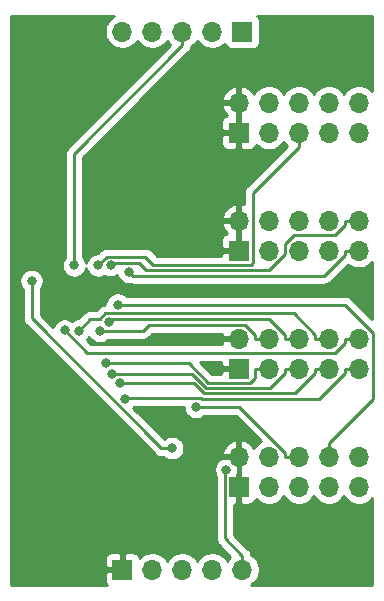
<source format=gbl>
%TF.GenerationSoftware,KiCad,Pcbnew,(5.1.6-0-10_14)*%
%TF.CreationDate,2020-09-10T15:29:25+09:00*%
%TF.ProjectId,qPCR-photo_mux_ADG731BSUZ,71504352-2d70-4686-9f74-6f5f6d75785f,rev?*%
%TF.SameCoordinates,Original*%
%TF.FileFunction,Copper,L2,Bot*%
%TF.FilePolarity,Positive*%
%FSLAX46Y46*%
G04 Gerber Fmt 4.6, Leading zero omitted, Abs format (unit mm)*
G04 Created by KiCad (PCBNEW (5.1.6-0-10_14)) date 2020-09-10 15:29:25*
%MOMM*%
%LPD*%
G01*
G04 APERTURE LIST*
%TA.AperFunction,ComponentPad*%
%ADD10O,1.700000X1.700000*%
%TD*%
%TA.AperFunction,ComponentPad*%
%ADD11R,1.700000X1.700000*%
%TD*%
%TA.AperFunction,ViaPad*%
%ADD12C,0.800000*%
%TD*%
%TA.AperFunction,Conductor*%
%ADD13C,0.250000*%
%TD*%
%TA.AperFunction,Conductor*%
%ADD14C,0.254000*%
%TD*%
G04 APERTURE END LIST*
D10*
%TO.P,J1,5*%
%TO.N,PD_MUX_OUT*%
X103298000Y-110000000D03*
%TO.P,J1,4*%
%TO.N,VCC_LOGIC*%
X100758000Y-110000000D03*
%TO.P,J1,3*%
%TO.N,-10V*%
X98218000Y-110000000D03*
%TO.P,J1,2*%
%TO.N,+10V*%
X95678000Y-110000000D03*
D11*
%TO.P,J1,1*%
%TO.N,GND*%
X93138000Y-110000000D03*
%TD*%
%TO.P,J2,1*%
%TO.N,Net-(J2-Pad1)*%
X103298000Y-64440000D03*
D10*
%TO.P,J2,2*%
%TO.N,Net-(J2-Pad2)*%
X100758000Y-64440000D03*
%TO.P,J2,3*%
%TO.N,PD_MUX_SPL_SCLK*%
X98218000Y-64440000D03*
%TO.P,J2,4*%
%TO.N,PD_MUX_SPI_MOSI*%
X95678000Y-64440000D03*
%TO.P,J2,5*%
%TO.N,PD_MUX_SYNC*%
X93138000Y-64440000D03*
%TD*%
%TO.P,N_PD1,10*%
%TO.N,N_PD1_OUT1*%
X113160000Y-70460000D03*
%TO.P,N_PD1,9*%
%TO.N,N_PD1_OUT2*%
X113160000Y-73000000D03*
%TO.P,N_PD1,8*%
%TO.N,N_PD1_OUT3*%
X110620000Y-70460000D03*
%TO.P,N_PD1,7*%
%TO.N,N_PD1_OUT4*%
X110620000Y-73000000D03*
%TO.P,N_PD1,6*%
%TO.N,N_PD1_OUT5*%
X108080000Y-70460000D03*
%TO.P,N_PD1,5*%
%TO.N,N_PD1_OUT6*%
X108080000Y-73000000D03*
%TO.P,N_PD1,4*%
%TO.N,N_PD1_OUT7*%
X105540000Y-70460000D03*
%TO.P,N_PD1,3*%
%TO.N,N_PD1_OUT8*%
X105540000Y-73000000D03*
%TO.P,N_PD1,2*%
%TO.N,GND*%
X103000000Y-70460000D03*
D11*
%TO.P,N_PD1,1*%
X103000000Y-73000000D03*
%TD*%
%TO.P,N_PD2,1*%
%TO.N,GND*%
X103000000Y-83000000D03*
D10*
%TO.P,N_PD2,2*%
X103000000Y-80460000D03*
%TO.P,N_PD2,3*%
%TO.N,N_PD1_OUT16*%
X105540000Y-83000000D03*
%TO.P,N_PD2,4*%
%TO.N,N_PD1_OUT15*%
X105540000Y-80460000D03*
%TO.P,N_PD2,5*%
%TO.N,N_PD1_OUT14*%
X108080000Y-83000000D03*
%TO.P,N_PD2,6*%
%TO.N,N_PD1_OUT13*%
X108080000Y-80460000D03*
%TO.P,N_PD2,7*%
%TO.N,N_PD1_OUT12*%
X110620000Y-83000000D03*
%TO.P,N_PD2,8*%
%TO.N,N_PD1_OUT10*%
X110620000Y-80460000D03*
%TO.P,N_PD2,9*%
%TO.N,N_PD1_OUT11*%
X113160000Y-83000000D03*
%TO.P,N_PD2,10*%
%TO.N,N_PD1_OUT9*%
X113160000Y-80460000D03*
%TD*%
D11*
%TO.P,S_PD1,1*%
%TO.N,GND*%
X103000000Y-93000000D03*
D10*
%TO.P,S_PD1,2*%
X103000000Y-90460000D03*
%TO.P,S_PD1,3*%
%TO.N,S_PD1_OUT8*%
X105540000Y-93000000D03*
%TO.P,S_PD1,4*%
%TO.N,S_PD1_OUT7*%
X105540000Y-90460000D03*
%TO.P,S_PD1,5*%
%TO.N,S_PD1_OUT6*%
X108080000Y-93000000D03*
%TO.P,S_PD1,6*%
%TO.N,S_PD1_OUT5*%
X108080000Y-90460000D03*
%TO.P,S_PD1,7*%
%TO.N,S_PD1_OUT4*%
X110620000Y-93000000D03*
%TO.P,S_PD1,8*%
%TO.N,S_PD1_OUT3*%
X110620000Y-90460000D03*
%TO.P,S_PD1,9*%
%TO.N,S_PD1_OUT2*%
X113160000Y-93000000D03*
%TO.P,S_PD1,10*%
%TO.N,S_PD1_OUT1*%
X113160000Y-90460000D03*
%TD*%
%TO.P,S_PD2,10*%
%TO.N,S_PD1_OUT9*%
X113160000Y-100460000D03*
%TO.P,S_PD2,9*%
%TO.N,S_PD1_OUT11*%
X113160000Y-103000000D03*
%TO.P,S_PD2,8*%
%TO.N,S_PD1_OUT10*%
X110620000Y-100460000D03*
%TO.P,S_PD2,7*%
%TO.N,S_PD1_OUT12*%
X110620000Y-103000000D03*
%TO.P,S_PD2,6*%
%TO.N,S_PD1_OUT13*%
X108080000Y-100460000D03*
%TO.P,S_PD2,5*%
%TO.N,S_PD1_OUT14*%
X108080000Y-103000000D03*
%TO.P,S_PD2,4*%
%TO.N,S_PD1_OUT15*%
X105540000Y-100460000D03*
%TO.P,S_PD2,3*%
%TO.N,S_PD1_OUT16*%
X105540000Y-103000000D03*
%TO.P,S_PD2,2*%
%TO.N,GND*%
X103000000Y-100460000D03*
D11*
%TO.P,S_PD2,1*%
X103000000Y-103000000D03*
%TD*%
D12*
%TO.N,VDD*%
X97359800Y-99719000D03*
X85457500Y-85546900D03*
%TO.N,PD_MUX_OUT*%
X101941200Y-101543300D03*
%TO.N,PD_MUX_SPL_SCLK*%
X89063900Y-84233000D03*
%TO.N,N_PD1_OUT6*%
X91094900Y-84238500D03*
%TO.N,N_PD1_OUT11*%
X93717600Y-84797400D03*
%TO.N,N_PD1_OUT9*%
X92156300Y-84224600D03*
%TO.N,S_PD1_OUT8*%
X91750000Y-92529300D03*
%TO.N,S_PD1_OUT7*%
X91250000Y-89777100D03*
%TO.N,S_PD1_OUT6*%
X92262700Y-93442600D03*
%TO.N,S_PD1_OUT5*%
X92007300Y-89032200D03*
%TO.N,S_PD1_OUT4*%
X92911100Y-94211100D03*
%TO.N,S_PD1_OUT3*%
X89432700Y-89767500D03*
%TO.N,S_PD1_OUT2*%
X93358700Y-95542300D03*
%TO.N,S_PD1_OUT1*%
X88250000Y-89748700D03*
%TO.N,S_PD1_OUT10*%
X92750000Y-87564600D03*
%TO.N,S_PD1_OUT13*%
X99364700Y-96228200D03*
%TD*%
D13*
%TO.N,GND*%
X103000000Y-80460000D02*
X103000000Y-74175300D01*
X103000000Y-83000000D02*
X103000000Y-80460000D01*
X103000000Y-73000000D02*
X103000000Y-74175300D01*
X101824700Y-100460000D02*
X101502700Y-100460000D01*
X101502700Y-100460000D02*
X93138000Y-108824700D01*
X103000000Y-73000000D02*
X103000000Y-70460000D01*
X93138000Y-110000000D02*
X93138000Y-108824700D01*
X103000000Y-100460000D02*
X101824700Y-100460000D01*
%TO.N,VDD*%
X85457500Y-85546900D02*
X85457500Y-88725500D01*
X85457500Y-88725500D02*
X96451000Y-99719000D01*
X96451000Y-99719000D02*
X97359800Y-99719000D01*
%TO.N,PD_MUX_OUT*%
X103298000Y-110000000D02*
X103298000Y-108824700D01*
X101941200Y-101543300D02*
X101820700Y-101663800D01*
X101820700Y-101663800D02*
X101820700Y-107347400D01*
X101820700Y-107347400D02*
X103298000Y-108824700D01*
%TO.N,PD_MUX_SPL_SCLK*%
X98218000Y-64440000D02*
X98218000Y-65615300D01*
X89063900Y-84233000D02*
X89063900Y-74769400D01*
X89063900Y-74769400D02*
X98218000Y-65615300D01*
%TO.N,N_PD1_OUT6*%
X108080000Y-74175300D02*
X104175400Y-78079900D01*
X104175400Y-78079900D02*
X104175400Y-84035500D01*
X104175400Y-84035500D02*
X104035500Y-84175400D01*
X104035500Y-84175400D02*
X95765700Y-84175400D01*
X95765700Y-84175400D02*
X95078600Y-83488300D01*
X95078600Y-83488300D02*
X91845100Y-83488300D01*
X91845100Y-83488300D02*
X91094900Y-84238500D01*
X108080000Y-73000000D02*
X108080000Y-74175300D01*
%TO.N,N_PD1_OUT11*%
X113160000Y-83000000D02*
X111984700Y-83000000D01*
X93717600Y-84797400D02*
X94026800Y-85106600D01*
X94026800Y-85106600D02*
X110245400Y-85106600D01*
X110245400Y-85106600D02*
X111984700Y-83367300D01*
X111984700Y-83367300D02*
X111984700Y-83000000D01*
%TO.N,N_PD1_OUT9*%
X111984700Y-80460000D02*
X111984700Y-80827400D01*
X111984700Y-80827400D02*
X111176800Y-81635300D01*
X111176800Y-81635300D02*
X107685200Y-81635300D01*
X107685200Y-81635300D02*
X106904600Y-82415900D01*
X106904600Y-82415900D02*
X106904600Y-83298100D01*
X106904600Y-83298100D02*
X105576900Y-84625800D01*
X105576900Y-84625800D02*
X95129000Y-84625800D01*
X95129000Y-84625800D02*
X94575300Y-84072100D01*
X94575300Y-84072100D02*
X92308800Y-84072100D01*
X92308800Y-84072100D02*
X92156300Y-84224600D01*
X113160000Y-80460000D02*
X111984700Y-80460000D01*
%TO.N,S_PD1_OUT8*%
X104364700Y-93000000D02*
X104364700Y-93795400D01*
X104364700Y-93795400D02*
X103984800Y-94175300D01*
X103984800Y-94175300D02*
X100426900Y-94175300D01*
X100426900Y-94175300D02*
X98780900Y-92529300D01*
X98780900Y-92529300D02*
X91750000Y-92529300D01*
X105540000Y-93000000D02*
X104364700Y-93000000D01*
%TO.N,S_PD1_OUT7*%
X91250000Y-89777100D02*
X94878000Y-89777100D01*
X94878000Y-89777100D02*
X95370400Y-89284700D01*
X95370400Y-89284700D02*
X103556800Y-89284700D01*
X103556800Y-89284700D02*
X104364700Y-90092600D01*
X104364700Y-90092600D02*
X104364700Y-90460000D01*
X105540000Y-90460000D02*
X104364700Y-90460000D01*
%TO.N,S_PD1_OUT6*%
X106904700Y-93000000D02*
X106904700Y-93367300D01*
X106904700Y-93367300D02*
X105646400Y-94625600D01*
X105646400Y-94625600D02*
X100240300Y-94625600D01*
X100240300Y-94625600D02*
X99057300Y-93442600D01*
X99057300Y-93442600D02*
X92262700Y-93442600D01*
X108080000Y-93000000D02*
X106904700Y-93000000D01*
%TO.N,S_PD1_OUT5*%
X108080000Y-90460000D02*
X106904700Y-90460000D01*
X92007300Y-89032200D02*
X92233900Y-88805600D01*
X92233900Y-88805600D02*
X105547900Y-88805600D01*
X105547900Y-88805600D02*
X106904700Y-90162400D01*
X106904700Y-90162400D02*
X106904700Y-90460000D01*
%TO.N,S_PD1_OUT4*%
X109444700Y-93000000D02*
X109444700Y-93367400D01*
X109444700Y-93367400D02*
X107736200Y-95075900D01*
X107736200Y-95075900D02*
X100053700Y-95075900D01*
X100053700Y-95075900D02*
X99188900Y-94211100D01*
X99188900Y-94211100D02*
X92911100Y-94211100D01*
X110620000Y-93000000D02*
X109444700Y-93000000D01*
%TO.N,S_PD1_OUT3*%
X89432700Y-89767500D02*
X90394600Y-88805600D01*
X90394600Y-88805600D02*
X91208300Y-88805600D01*
X91208300Y-88805600D02*
X91208300Y-88805500D01*
X91208300Y-88805500D02*
X91706900Y-88306900D01*
X91706900Y-88306900D02*
X107658900Y-88306900D01*
X107658900Y-88306900D02*
X109444700Y-90092700D01*
X109444700Y-90092700D02*
X109444700Y-90460000D01*
X110620000Y-90460000D02*
X109444700Y-90460000D01*
%TO.N,S_PD1_OUT2*%
X111984700Y-93000000D02*
X111984700Y-93367300D01*
X111984700Y-93367300D02*
X109809700Y-95542300D01*
X109809700Y-95542300D02*
X99883200Y-95542300D01*
X99883200Y-95542300D02*
X99843800Y-95502900D01*
X99843800Y-95502900D02*
X93398100Y-95502900D01*
X93398100Y-95502900D02*
X93358700Y-95542300D01*
X113160000Y-93000000D02*
X111984700Y-93000000D01*
%TO.N,S_PD1_OUT1*%
X111984700Y-90460000D02*
X111984700Y-90827400D01*
X111984700Y-90827400D02*
X111176800Y-91635300D01*
X111176800Y-91635300D02*
X90136600Y-91635300D01*
X90136600Y-91635300D02*
X88250000Y-89748700D01*
X113160000Y-90460000D02*
X111984700Y-90460000D01*
%TO.N,S_PD1_OUT10*%
X110620000Y-99284700D02*
X114377900Y-95526800D01*
X114377900Y-95526800D02*
X114377900Y-89946000D01*
X114377900Y-89946000D02*
X111996500Y-87564600D01*
X111996500Y-87564600D02*
X92750000Y-87564600D01*
X110620000Y-100460000D02*
X110620000Y-99284700D01*
%TO.N,S_PD1_OUT13*%
X106904700Y-100460000D02*
X106904700Y-100092700D01*
X106904700Y-100092700D02*
X103040200Y-96228200D01*
X103040200Y-96228200D02*
X99364700Y-96228200D01*
X108080000Y-100460000D02*
X106904700Y-100460000D01*
%TD*%
D14*
%TO.N,GND*%
G36*
X92191368Y-63286525D02*
G01*
X91984525Y-63493368D01*
X91822010Y-63736589D01*
X91710068Y-64006842D01*
X91653000Y-64293740D01*
X91653000Y-64586260D01*
X91710068Y-64873158D01*
X91822010Y-65143411D01*
X91984525Y-65386632D01*
X92191368Y-65593475D01*
X92434589Y-65755990D01*
X92704842Y-65867932D01*
X92991740Y-65925000D01*
X93284260Y-65925000D01*
X93571158Y-65867932D01*
X93841411Y-65755990D01*
X94084632Y-65593475D01*
X94291475Y-65386632D01*
X94408000Y-65212240D01*
X94524525Y-65386632D01*
X94731368Y-65593475D01*
X94974589Y-65755990D01*
X95244842Y-65867932D01*
X95531740Y-65925000D01*
X95824260Y-65925000D01*
X96111158Y-65867932D01*
X96381411Y-65755990D01*
X96624632Y-65593475D01*
X96831475Y-65386632D01*
X96948000Y-65212240D01*
X97064525Y-65386632D01*
X97218196Y-65540303D01*
X88552898Y-74205601D01*
X88523900Y-74229399D01*
X88500102Y-74258397D01*
X88500101Y-74258398D01*
X88428926Y-74345124D01*
X88358354Y-74477154D01*
X88314898Y-74620415D01*
X88300224Y-74769400D01*
X88303901Y-74806732D01*
X88303900Y-83529289D01*
X88259963Y-83573226D01*
X88146695Y-83742744D01*
X88068674Y-83931102D01*
X88028900Y-84131061D01*
X88028900Y-84334939D01*
X88068674Y-84534898D01*
X88146695Y-84723256D01*
X88259963Y-84892774D01*
X88404126Y-85036937D01*
X88573644Y-85150205D01*
X88762002Y-85228226D01*
X88961961Y-85268000D01*
X89165839Y-85268000D01*
X89365798Y-85228226D01*
X89554156Y-85150205D01*
X89723674Y-85036937D01*
X89867837Y-84892774D01*
X89981105Y-84723256D01*
X90059126Y-84534898D01*
X90078853Y-84435723D01*
X90099674Y-84540398D01*
X90177695Y-84728756D01*
X90290963Y-84898274D01*
X90435126Y-85042437D01*
X90604644Y-85155705D01*
X90793002Y-85233726D01*
X90992961Y-85273500D01*
X91196839Y-85273500D01*
X91396798Y-85233726D01*
X91585156Y-85155705D01*
X91636001Y-85121731D01*
X91666044Y-85141805D01*
X91854402Y-85219826D01*
X92054361Y-85259600D01*
X92258239Y-85259600D01*
X92458198Y-85219826D01*
X92646556Y-85141805D01*
X92720943Y-85092102D01*
X92722374Y-85099298D01*
X92800395Y-85287656D01*
X92913663Y-85457174D01*
X93057826Y-85601337D01*
X93227344Y-85714605D01*
X93415702Y-85792626D01*
X93615661Y-85832400D01*
X93801323Y-85832400D01*
X93877814Y-85855603D01*
X93989467Y-85866600D01*
X93989477Y-85866600D01*
X94026800Y-85870276D01*
X94064123Y-85866600D01*
X110208078Y-85866600D01*
X110245400Y-85870276D01*
X110282722Y-85866600D01*
X110282733Y-85866600D01*
X110394386Y-85855603D01*
X110537647Y-85812146D01*
X110669676Y-85741574D01*
X110785401Y-85646601D01*
X110809204Y-85617597D01*
X112249311Y-84177491D01*
X112456589Y-84315990D01*
X112726842Y-84427932D01*
X113013740Y-84485000D01*
X113306260Y-84485000D01*
X113593158Y-84427932D01*
X113863411Y-84315990D01*
X114106632Y-84153475D01*
X114313475Y-83946632D01*
X114315000Y-83944349D01*
X114315001Y-88808299D01*
X112560304Y-87053603D01*
X112536501Y-87024599D01*
X112420776Y-86929626D01*
X112288747Y-86859054D01*
X112145486Y-86815597D01*
X112033833Y-86804600D01*
X112033822Y-86804600D01*
X111996500Y-86800924D01*
X111959178Y-86804600D01*
X93453711Y-86804600D01*
X93409774Y-86760663D01*
X93240256Y-86647395D01*
X93051898Y-86569374D01*
X92851939Y-86529600D01*
X92648061Y-86529600D01*
X92448102Y-86569374D01*
X92259744Y-86647395D01*
X92090226Y-86760663D01*
X91946063Y-86904826D01*
X91832795Y-87074344D01*
X91754774Y-87262702D01*
X91715000Y-87462661D01*
X91715000Y-87544022D01*
X91706900Y-87543224D01*
X91669577Y-87546900D01*
X91669567Y-87546900D01*
X91557914Y-87557897D01*
X91414653Y-87601354D01*
X91282623Y-87671926D01*
X91240046Y-87706869D01*
X91166899Y-87766899D01*
X91143096Y-87795903D01*
X90893399Y-88045600D01*
X90431922Y-88045600D01*
X90394599Y-88041924D01*
X90357276Y-88045600D01*
X90357267Y-88045600D01*
X90245614Y-88056597D01*
X90102683Y-88099954D01*
X90102353Y-88100054D01*
X89970323Y-88170626D01*
X89904832Y-88224374D01*
X89854599Y-88265599D01*
X89830801Y-88294597D01*
X89392898Y-88732500D01*
X89330761Y-88732500D01*
X89130802Y-88772274D01*
X88942444Y-88850295D01*
X88855418Y-88908444D01*
X88740256Y-88831495D01*
X88551898Y-88753474D01*
X88351939Y-88713700D01*
X88148061Y-88713700D01*
X87948102Y-88753474D01*
X87759744Y-88831495D01*
X87590226Y-88944763D01*
X87446063Y-89088926D01*
X87332795Y-89258444D01*
X87254774Y-89446802D01*
X87254580Y-89447779D01*
X86217500Y-88410699D01*
X86217500Y-86250611D01*
X86261437Y-86206674D01*
X86374705Y-86037156D01*
X86452726Y-85848798D01*
X86492500Y-85648839D01*
X86492500Y-85444961D01*
X86452726Y-85245002D01*
X86374705Y-85056644D01*
X86261437Y-84887126D01*
X86117274Y-84742963D01*
X85947756Y-84629695D01*
X85759398Y-84551674D01*
X85559439Y-84511900D01*
X85355561Y-84511900D01*
X85155602Y-84551674D01*
X84967244Y-84629695D01*
X84797726Y-84742963D01*
X84653563Y-84887126D01*
X84540295Y-85056644D01*
X84462274Y-85245002D01*
X84422500Y-85444961D01*
X84422500Y-85648839D01*
X84462274Y-85848798D01*
X84540295Y-86037156D01*
X84653563Y-86206674D01*
X84697500Y-86250611D01*
X84697501Y-88688168D01*
X84693824Y-88725500D01*
X84697501Y-88762833D01*
X84698027Y-88768168D01*
X84708498Y-88874485D01*
X84751954Y-89017746D01*
X84822526Y-89149776D01*
X84888263Y-89229876D01*
X84917500Y-89265501D01*
X84946498Y-89289299D01*
X95887201Y-100230003D01*
X95910999Y-100259001D01*
X96026724Y-100353974D01*
X96158753Y-100424546D01*
X96302014Y-100468003D01*
X96413667Y-100479000D01*
X96413675Y-100479000D01*
X96451000Y-100482676D01*
X96488325Y-100479000D01*
X96656089Y-100479000D01*
X96700026Y-100522937D01*
X96869544Y-100636205D01*
X97057902Y-100714226D01*
X97257861Y-100754000D01*
X97461739Y-100754000D01*
X97661698Y-100714226D01*
X97850056Y-100636205D01*
X98019574Y-100522937D01*
X98163737Y-100378774D01*
X98277005Y-100209256D01*
X98320972Y-100103109D01*
X101558519Y-100103109D01*
X101679186Y-100333000D01*
X102873000Y-100333000D01*
X102873000Y-99139845D01*
X102643110Y-99018524D01*
X102495901Y-99063175D01*
X102233080Y-99188359D01*
X101999731Y-99362412D01*
X101804822Y-99578645D01*
X101655843Y-99828748D01*
X101558519Y-100103109D01*
X98320972Y-100103109D01*
X98355026Y-100020898D01*
X98394800Y-99820939D01*
X98394800Y-99617061D01*
X98355026Y-99417102D01*
X98277005Y-99228744D01*
X98163737Y-99059226D01*
X98019574Y-98915063D01*
X97850056Y-98801795D01*
X97661698Y-98723774D01*
X97461739Y-98684000D01*
X97257861Y-98684000D01*
X97057902Y-98723774D01*
X96869544Y-98801795D01*
X96713118Y-98906316D01*
X94085756Y-96278955D01*
X94101811Y-96262900D01*
X98329700Y-96262900D01*
X98329700Y-96330139D01*
X98369474Y-96530098D01*
X98447495Y-96718456D01*
X98560763Y-96887974D01*
X98704926Y-97032137D01*
X98874444Y-97145405D01*
X99062802Y-97223426D01*
X99262761Y-97263200D01*
X99466639Y-97263200D01*
X99666598Y-97223426D01*
X99854956Y-97145405D01*
X100024474Y-97032137D01*
X100068411Y-96988200D01*
X102725399Y-96988200D01*
X104868140Y-99130941D01*
X104836589Y-99144010D01*
X104593368Y-99306525D01*
X104386525Y-99513368D01*
X104264805Y-99695534D01*
X104195178Y-99578645D01*
X104000269Y-99362412D01*
X103766920Y-99188359D01*
X103504099Y-99063175D01*
X103356890Y-99018524D01*
X103127000Y-99139845D01*
X103127000Y-100333000D01*
X103147000Y-100333000D01*
X103147000Y-100587000D01*
X103127000Y-100587000D01*
X103127000Y-102873000D01*
X103147000Y-102873000D01*
X103147000Y-103127000D01*
X103127000Y-103127000D01*
X103127000Y-104326250D01*
X103285750Y-104485000D01*
X103850000Y-104488072D01*
X103974482Y-104475812D01*
X104094180Y-104439502D01*
X104204494Y-104380537D01*
X104301185Y-104301185D01*
X104380537Y-104204494D01*
X104439502Y-104094180D01*
X104461513Y-104021620D01*
X104593368Y-104153475D01*
X104836589Y-104315990D01*
X105106842Y-104427932D01*
X105393740Y-104485000D01*
X105686260Y-104485000D01*
X105973158Y-104427932D01*
X106243411Y-104315990D01*
X106486632Y-104153475D01*
X106693475Y-103946632D01*
X106810000Y-103772240D01*
X106926525Y-103946632D01*
X107133368Y-104153475D01*
X107376589Y-104315990D01*
X107646842Y-104427932D01*
X107933740Y-104485000D01*
X108226260Y-104485000D01*
X108513158Y-104427932D01*
X108783411Y-104315990D01*
X109026632Y-104153475D01*
X109233475Y-103946632D01*
X109350000Y-103772240D01*
X109466525Y-103946632D01*
X109673368Y-104153475D01*
X109916589Y-104315990D01*
X110186842Y-104427932D01*
X110473740Y-104485000D01*
X110766260Y-104485000D01*
X111053158Y-104427932D01*
X111323411Y-104315990D01*
X111566632Y-104153475D01*
X111773475Y-103946632D01*
X111890000Y-103772240D01*
X112006525Y-103946632D01*
X112213368Y-104153475D01*
X112456589Y-104315990D01*
X112726842Y-104427932D01*
X113013740Y-104485000D01*
X113306260Y-104485000D01*
X113593158Y-104427932D01*
X113863411Y-104315990D01*
X114106632Y-104153475D01*
X114313475Y-103946632D01*
X114315001Y-103944348D01*
X114315001Y-111315000D01*
X104002893Y-111315000D01*
X104244632Y-111153475D01*
X104451475Y-110946632D01*
X104613990Y-110703411D01*
X104725932Y-110433158D01*
X104783000Y-110146260D01*
X104783000Y-109853740D01*
X104725932Y-109566842D01*
X104613990Y-109296589D01*
X104451475Y-109053368D01*
X104244632Y-108846525D01*
X104051089Y-108717204D01*
X104047003Y-108675714D01*
X104003546Y-108532453D01*
X103932974Y-108400424D01*
X103838001Y-108284699D01*
X103809003Y-108260901D01*
X102580700Y-107032599D01*
X102580700Y-104485727D01*
X102714250Y-104485000D01*
X102873000Y-104326250D01*
X102873000Y-103127000D01*
X102853000Y-103127000D01*
X102853000Y-102873000D01*
X102873000Y-102873000D01*
X102873000Y-101998321D01*
X102936426Y-101845198D01*
X102976200Y-101645239D01*
X102976200Y-101441361D01*
X102936426Y-101241402D01*
X102873000Y-101088279D01*
X102873000Y-100587000D01*
X102337073Y-100587000D01*
X102243098Y-100548074D01*
X102043139Y-100508300D01*
X101839261Y-100508300D01*
X101639302Y-100548074D01*
X101450944Y-100626095D01*
X101281426Y-100739363D01*
X101137263Y-100883526D01*
X101023995Y-101053044D01*
X100945974Y-101241402D01*
X100906200Y-101441361D01*
X100906200Y-101645239D01*
X100945974Y-101845198D01*
X101023995Y-102033556D01*
X101060700Y-102088489D01*
X101060701Y-107310068D01*
X101057024Y-107347400D01*
X101071698Y-107496385D01*
X101115154Y-107639646D01*
X101185726Y-107771676D01*
X101256901Y-107858402D01*
X101280700Y-107887401D01*
X101309698Y-107911199D01*
X102298196Y-108899697D01*
X102144525Y-109053368D01*
X102028000Y-109227760D01*
X101911475Y-109053368D01*
X101704632Y-108846525D01*
X101461411Y-108684010D01*
X101191158Y-108572068D01*
X100904260Y-108515000D01*
X100611740Y-108515000D01*
X100324842Y-108572068D01*
X100054589Y-108684010D01*
X99811368Y-108846525D01*
X99604525Y-109053368D01*
X99488000Y-109227760D01*
X99371475Y-109053368D01*
X99164632Y-108846525D01*
X98921411Y-108684010D01*
X98651158Y-108572068D01*
X98364260Y-108515000D01*
X98071740Y-108515000D01*
X97784842Y-108572068D01*
X97514589Y-108684010D01*
X97271368Y-108846525D01*
X97064525Y-109053368D01*
X96948000Y-109227760D01*
X96831475Y-109053368D01*
X96624632Y-108846525D01*
X96381411Y-108684010D01*
X96111158Y-108572068D01*
X95824260Y-108515000D01*
X95531740Y-108515000D01*
X95244842Y-108572068D01*
X94974589Y-108684010D01*
X94731368Y-108846525D01*
X94599513Y-108978380D01*
X94577502Y-108905820D01*
X94518537Y-108795506D01*
X94439185Y-108698815D01*
X94342494Y-108619463D01*
X94232180Y-108560498D01*
X94112482Y-108524188D01*
X93988000Y-108511928D01*
X93423750Y-108515000D01*
X93265000Y-108673750D01*
X93265000Y-109873000D01*
X93285000Y-109873000D01*
X93285000Y-110127000D01*
X93265000Y-110127000D01*
X93265000Y-110147000D01*
X93011000Y-110147000D01*
X93011000Y-110127000D01*
X91811750Y-110127000D01*
X91653000Y-110285750D01*
X91649928Y-110850000D01*
X91662188Y-110974482D01*
X91698498Y-111094180D01*
X91757463Y-111204494D01*
X91836815Y-111301185D01*
X91853649Y-111315000D01*
X83685000Y-111315000D01*
X83685000Y-109150000D01*
X91649928Y-109150000D01*
X91653000Y-109714250D01*
X91811750Y-109873000D01*
X93011000Y-109873000D01*
X93011000Y-108673750D01*
X92852250Y-108515000D01*
X92288000Y-108511928D01*
X92163518Y-108524188D01*
X92043820Y-108560498D01*
X91933506Y-108619463D01*
X91836815Y-108698815D01*
X91757463Y-108795506D01*
X91698498Y-108905820D01*
X91662188Y-109025518D01*
X91649928Y-109150000D01*
X83685000Y-109150000D01*
X83685000Y-63125000D01*
X92433107Y-63125000D01*
X92191368Y-63286525D01*
G37*
X92191368Y-63286525D02*
X91984525Y-63493368D01*
X91822010Y-63736589D01*
X91710068Y-64006842D01*
X91653000Y-64293740D01*
X91653000Y-64586260D01*
X91710068Y-64873158D01*
X91822010Y-65143411D01*
X91984525Y-65386632D01*
X92191368Y-65593475D01*
X92434589Y-65755990D01*
X92704842Y-65867932D01*
X92991740Y-65925000D01*
X93284260Y-65925000D01*
X93571158Y-65867932D01*
X93841411Y-65755990D01*
X94084632Y-65593475D01*
X94291475Y-65386632D01*
X94408000Y-65212240D01*
X94524525Y-65386632D01*
X94731368Y-65593475D01*
X94974589Y-65755990D01*
X95244842Y-65867932D01*
X95531740Y-65925000D01*
X95824260Y-65925000D01*
X96111158Y-65867932D01*
X96381411Y-65755990D01*
X96624632Y-65593475D01*
X96831475Y-65386632D01*
X96948000Y-65212240D01*
X97064525Y-65386632D01*
X97218196Y-65540303D01*
X88552898Y-74205601D01*
X88523900Y-74229399D01*
X88500102Y-74258397D01*
X88500101Y-74258398D01*
X88428926Y-74345124D01*
X88358354Y-74477154D01*
X88314898Y-74620415D01*
X88300224Y-74769400D01*
X88303901Y-74806732D01*
X88303900Y-83529289D01*
X88259963Y-83573226D01*
X88146695Y-83742744D01*
X88068674Y-83931102D01*
X88028900Y-84131061D01*
X88028900Y-84334939D01*
X88068674Y-84534898D01*
X88146695Y-84723256D01*
X88259963Y-84892774D01*
X88404126Y-85036937D01*
X88573644Y-85150205D01*
X88762002Y-85228226D01*
X88961961Y-85268000D01*
X89165839Y-85268000D01*
X89365798Y-85228226D01*
X89554156Y-85150205D01*
X89723674Y-85036937D01*
X89867837Y-84892774D01*
X89981105Y-84723256D01*
X90059126Y-84534898D01*
X90078853Y-84435723D01*
X90099674Y-84540398D01*
X90177695Y-84728756D01*
X90290963Y-84898274D01*
X90435126Y-85042437D01*
X90604644Y-85155705D01*
X90793002Y-85233726D01*
X90992961Y-85273500D01*
X91196839Y-85273500D01*
X91396798Y-85233726D01*
X91585156Y-85155705D01*
X91636001Y-85121731D01*
X91666044Y-85141805D01*
X91854402Y-85219826D01*
X92054361Y-85259600D01*
X92258239Y-85259600D01*
X92458198Y-85219826D01*
X92646556Y-85141805D01*
X92720943Y-85092102D01*
X92722374Y-85099298D01*
X92800395Y-85287656D01*
X92913663Y-85457174D01*
X93057826Y-85601337D01*
X93227344Y-85714605D01*
X93415702Y-85792626D01*
X93615661Y-85832400D01*
X93801323Y-85832400D01*
X93877814Y-85855603D01*
X93989467Y-85866600D01*
X93989477Y-85866600D01*
X94026800Y-85870276D01*
X94064123Y-85866600D01*
X110208078Y-85866600D01*
X110245400Y-85870276D01*
X110282722Y-85866600D01*
X110282733Y-85866600D01*
X110394386Y-85855603D01*
X110537647Y-85812146D01*
X110669676Y-85741574D01*
X110785401Y-85646601D01*
X110809204Y-85617597D01*
X112249311Y-84177491D01*
X112456589Y-84315990D01*
X112726842Y-84427932D01*
X113013740Y-84485000D01*
X113306260Y-84485000D01*
X113593158Y-84427932D01*
X113863411Y-84315990D01*
X114106632Y-84153475D01*
X114313475Y-83946632D01*
X114315000Y-83944349D01*
X114315001Y-88808299D01*
X112560304Y-87053603D01*
X112536501Y-87024599D01*
X112420776Y-86929626D01*
X112288747Y-86859054D01*
X112145486Y-86815597D01*
X112033833Y-86804600D01*
X112033822Y-86804600D01*
X111996500Y-86800924D01*
X111959178Y-86804600D01*
X93453711Y-86804600D01*
X93409774Y-86760663D01*
X93240256Y-86647395D01*
X93051898Y-86569374D01*
X92851939Y-86529600D01*
X92648061Y-86529600D01*
X92448102Y-86569374D01*
X92259744Y-86647395D01*
X92090226Y-86760663D01*
X91946063Y-86904826D01*
X91832795Y-87074344D01*
X91754774Y-87262702D01*
X91715000Y-87462661D01*
X91715000Y-87544022D01*
X91706900Y-87543224D01*
X91669577Y-87546900D01*
X91669567Y-87546900D01*
X91557914Y-87557897D01*
X91414653Y-87601354D01*
X91282623Y-87671926D01*
X91240046Y-87706869D01*
X91166899Y-87766899D01*
X91143096Y-87795903D01*
X90893399Y-88045600D01*
X90431922Y-88045600D01*
X90394599Y-88041924D01*
X90357276Y-88045600D01*
X90357267Y-88045600D01*
X90245614Y-88056597D01*
X90102683Y-88099954D01*
X90102353Y-88100054D01*
X89970323Y-88170626D01*
X89904832Y-88224374D01*
X89854599Y-88265599D01*
X89830801Y-88294597D01*
X89392898Y-88732500D01*
X89330761Y-88732500D01*
X89130802Y-88772274D01*
X88942444Y-88850295D01*
X88855418Y-88908444D01*
X88740256Y-88831495D01*
X88551898Y-88753474D01*
X88351939Y-88713700D01*
X88148061Y-88713700D01*
X87948102Y-88753474D01*
X87759744Y-88831495D01*
X87590226Y-88944763D01*
X87446063Y-89088926D01*
X87332795Y-89258444D01*
X87254774Y-89446802D01*
X87254580Y-89447779D01*
X86217500Y-88410699D01*
X86217500Y-86250611D01*
X86261437Y-86206674D01*
X86374705Y-86037156D01*
X86452726Y-85848798D01*
X86492500Y-85648839D01*
X86492500Y-85444961D01*
X86452726Y-85245002D01*
X86374705Y-85056644D01*
X86261437Y-84887126D01*
X86117274Y-84742963D01*
X85947756Y-84629695D01*
X85759398Y-84551674D01*
X85559439Y-84511900D01*
X85355561Y-84511900D01*
X85155602Y-84551674D01*
X84967244Y-84629695D01*
X84797726Y-84742963D01*
X84653563Y-84887126D01*
X84540295Y-85056644D01*
X84462274Y-85245002D01*
X84422500Y-85444961D01*
X84422500Y-85648839D01*
X84462274Y-85848798D01*
X84540295Y-86037156D01*
X84653563Y-86206674D01*
X84697500Y-86250611D01*
X84697501Y-88688168D01*
X84693824Y-88725500D01*
X84697501Y-88762833D01*
X84698027Y-88768168D01*
X84708498Y-88874485D01*
X84751954Y-89017746D01*
X84822526Y-89149776D01*
X84888263Y-89229876D01*
X84917500Y-89265501D01*
X84946498Y-89289299D01*
X95887201Y-100230003D01*
X95910999Y-100259001D01*
X96026724Y-100353974D01*
X96158753Y-100424546D01*
X96302014Y-100468003D01*
X96413667Y-100479000D01*
X96413675Y-100479000D01*
X96451000Y-100482676D01*
X96488325Y-100479000D01*
X96656089Y-100479000D01*
X96700026Y-100522937D01*
X96869544Y-100636205D01*
X97057902Y-100714226D01*
X97257861Y-100754000D01*
X97461739Y-100754000D01*
X97661698Y-100714226D01*
X97850056Y-100636205D01*
X98019574Y-100522937D01*
X98163737Y-100378774D01*
X98277005Y-100209256D01*
X98320972Y-100103109D01*
X101558519Y-100103109D01*
X101679186Y-100333000D01*
X102873000Y-100333000D01*
X102873000Y-99139845D01*
X102643110Y-99018524D01*
X102495901Y-99063175D01*
X102233080Y-99188359D01*
X101999731Y-99362412D01*
X101804822Y-99578645D01*
X101655843Y-99828748D01*
X101558519Y-100103109D01*
X98320972Y-100103109D01*
X98355026Y-100020898D01*
X98394800Y-99820939D01*
X98394800Y-99617061D01*
X98355026Y-99417102D01*
X98277005Y-99228744D01*
X98163737Y-99059226D01*
X98019574Y-98915063D01*
X97850056Y-98801795D01*
X97661698Y-98723774D01*
X97461739Y-98684000D01*
X97257861Y-98684000D01*
X97057902Y-98723774D01*
X96869544Y-98801795D01*
X96713118Y-98906316D01*
X94085756Y-96278955D01*
X94101811Y-96262900D01*
X98329700Y-96262900D01*
X98329700Y-96330139D01*
X98369474Y-96530098D01*
X98447495Y-96718456D01*
X98560763Y-96887974D01*
X98704926Y-97032137D01*
X98874444Y-97145405D01*
X99062802Y-97223426D01*
X99262761Y-97263200D01*
X99466639Y-97263200D01*
X99666598Y-97223426D01*
X99854956Y-97145405D01*
X100024474Y-97032137D01*
X100068411Y-96988200D01*
X102725399Y-96988200D01*
X104868140Y-99130941D01*
X104836589Y-99144010D01*
X104593368Y-99306525D01*
X104386525Y-99513368D01*
X104264805Y-99695534D01*
X104195178Y-99578645D01*
X104000269Y-99362412D01*
X103766920Y-99188359D01*
X103504099Y-99063175D01*
X103356890Y-99018524D01*
X103127000Y-99139845D01*
X103127000Y-100333000D01*
X103147000Y-100333000D01*
X103147000Y-100587000D01*
X103127000Y-100587000D01*
X103127000Y-102873000D01*
X103147000Y-102873000D01*
X103147000Y-103127000D01*
X103127000Y-103127000D01*
X103127000Y-104326250D01*
X103285750Y-104485000D01*
X103850000Y-104488072D01*
X103974482Y-104475812D01*
X104094180Y-104439502D01*
X104204494Y-104380537D01*
X104301185Y-104301185D01*
X104380537Y-104204494D01*
X104439502Y-104094180D01*
X104461513Y-104021620D01*
X104593368Y-104153475D01*
X104836589Y-104315990D01*
X105106842Y-104427932D01*
X105393740Y-104485000D01*
X105686260Y-104485000D01*
X105973158Y-104427932D01*
X106243411Y-104315990D01*
X106486632Y-104153475D01*
X106693475Y-103946632D01*
X106810000Y-103772240D01*
X106926525Y-103946632D01*
X107133368Y-104153475D01*
X107376589Y-104315990D01*
X107646842Y-104427932D01*
X107933740Y-104485000D01*
X108226260Y-104485000D01*
X108513158Y-104427932D01*
X108783411Y-104315990D01*
X109026632Y-104153475D01*
X109233475Y-103946632D01*
X109350000Y-103772240D01*
X109466525Y-103946632D01*
X109673368Y-104153475D01*
X109916589Y-104315990D01*
X110186842Y-104427932D01*
X110473740Y-104485000D01*
X110766260Y-104485000D01*
X111053158Y-104427932D01*
X111323411Y-104315990D01*
X111566632Y-104153475D01*
X111773475Y-103946632D01*
X111890000Y-103772240D01*
X112006525Y-103946632D01*
X112213368Y-104153475D01*
X112456589Y-104315990D01*
X112726842Y-104427932D01*
X113013740Y-104485000D01*
X113306260Y-104485000D01*
X113593158Y-104427932D01*
X113863411Y-104315990D01*
X114106632Y-104153475D01*
X114313475Y-103946632D01*
X114315001Y-103944348D01*
X114315001Y-111315000D01*
X104002893Y-111315000D01*
X104244632Y-111153475D01*
X104451475Y-110946632D01*
X104613990Y-110703411D01*
X104725932Y-110433158D01*
X104783000Y-110146260D01*
X104783000Y-109853740D01*
X104725932Y-109566842D01*
X104613990Y-109296589D01*
X104451475Y-109053368D01*
X104244632Y-108846525D01*
X104051089Y-108717204D01*
X104047003Y-108675714D01*
X104003546Y-108532453D01*
X103932974Y-108400424D01*
X103838001Y-108284699D01*
X103809003Y-108260901D01*
X102580700Y-107032599D01*
X102580700Y-104485727D01*
X102714250Y-104485000D01*
X102873000Y-104326250D01*
X102873000Y-103127000D01*
X102853000Y-103127000D01*
X102853000Y-102873000D01*
X102873000Y-102873000D01*
X102873000Y-101998321D01*
X102936426Y-101845198D01*
X102976200Y-101645239D01*
X102976200Y-101441361D01*
X102936426Y-101241402D01*
X102873000Y-101088279D01*
X102873000Y-100587000D01*
X102337073Y-100587000D01*
X102243098Y-100548074D01*
X102043139Y-100508300D01*
X101839261Y-100508300D01*
X101639302Y-100548074D01*
X101450944Y-100626095D01*
X101281426Y-100739363D01*
X101137263Y-100883526D01*
X101023995Y-101053044D01*
X100945974Y-101241402D01*
X100906200Y-101441361D01*
X100906200Y-101645239D01*
X100945974Y-101845198D01*
X101023995Y-102033556D01*
X101060700Y-102088489D01*
X101060701Y-107310068D01*
X101057024Y-107347400D01*
X101071698Y-107496385D01*
X101115154Y-107639646D01*
X101185726Y-107771676D01*
X101256901Y-107858402D01*
X101280700Y-107887401D01*
X101309698Y-107911199D01*
X102298196Y-108899697D01*
X102144525Y-109053368D01*
X102028000Y-109227760D01*
X101911475Y-109053368D01*
X101704632Y-108846525D01*
X101461411Y-108684010D01*
X101191158Y-108572068D01*
X100904260Y-108515000D01*
X100611740Y-108515000D01*
X100324842Y-108572068D01*
X100054589Y-108684010D01*
X99811368Y-108846525D01*
X99604525Y-109053368D01*
X99488000Y-109227760D01*
X99371475Y-109053368D01*
X99164632Y-108846525D01*
X98921411Y-108684010D01*
X98651158Y-108572068D01*
X98364260Y-108515000D01*
X98071740Y-108515000D01*
X97784842Y-108572068D01*
X97514589Y-108684010D01*
X97271368Y-108846525D01*
X97064525Y-109053368D01*
X96948000Y-109227760D01*
X96831475Y-109053368D01*
X96624632Y-108846525D01*
X96381411Y-108684010D01*
X96111158Y-108572068D01*
X95824260Y-108515000D01*
X95531740Y-108515000D01*
X95244842Y-108572068D01*
X94974589Y-108684010D01*
X94731368Y-108846525D01*
X94599513Y-108978380D01*
X94577502Y-108905820D01*
X94518537Y-108795506D01*
X94439185Y-108698815D01*
X94342494Y-108619463D01*
X94232180Y-108560498D01*
X94112482Y-108524188D01*
X93988000Y-108511928D01*
X93423750Y-108515000D01*
X93265000Y-108673750D01*
X93265000Y-109873000D01*
X93285000Y-109873000D01*
X93285000Y-110127000D01*
X93265000Y-110127000D01*
X93265000Y-110147000D01*
X93011000Y-110147000D01*
X93011000Y-110127000D01*
X91811750Y-110127000D01*
X91653000Y-110285750D01*
X91649928Y-110850000D01*
X91662188Y-110974482D01*
X91698498Y-111094180D01*
X91757463Y-111204494D01*
X91836815Y-111301185D01*
X91853649Y-111315000D01*
X83685000Y-111315000D01*
X83685000Y-109150000D01*
X91649928Y-109150000D01*
X91653000Y-109714250D01*
X91811750Y-109873000D01*
X93011000Y-109873000D01*
X93011000Y-108673750D01*
X92852250Y-108515000D01*
X92288000Y-108511928D01*
X92163518Y-108524188D01*
X92043820Y-108560498D01*
X91933506Y-108619463D01*
X91836815Y-108698815D01*
X91757463Y-108795506D01*
X91698498Y-108905820D01*
X91662188Y-109025518D01*
X91649928Y-109150000D01*
X83685000Y-109150000D01*
X83685000Y-63125000D01*
X92433107Y-63125000D01*
X92191368Y-63286525D01*
G36*
X101515000Y-92714250D02*
G01*
X101673750Y-92873000D01*
X102873000Y-92873000D01*
X102873000Y-92853000D01*
X103127000Y-92853000D01*
X103127000Y-92873000D01*
X103147000Y-92873000D01*
X103147000Y-93127000D01*
X103127000Y-93127000D01*
X103127000Y-93147000D01*
X102873000Y-93147000D01*
X102873000Y-93127000D01*
X101673750Y-93127000D01*
X101515000Y-93285750D01*
X101514295Y-93415300D01*
X100741702Y-93415300D01*
X99721701Y-92395300D01*
X101513264Y-92395300D01*
X101515000Y-92714250D01*
G37*
X101515000Y-92714250D02*
X101673750Y-92873000D01*
X102873000Y-92873000D01*
X102873000Y-92853000D01*
X103127000Y-92853000D01*
X103127000Y-92873000D01*
X103147000Y-92873000D01*
X103147000Y-93127000D01*
X103127000Y-93127000D01*
X103127000Y-93147000D01*
X102873000Y-93147000D01*
X102873000Y-93127000D01*
X101673750Y-93127000D01*
X101515000Y-93285750D01*
X101514295Y-93415300D01*
X100741702Y-93415300D01*
X99721701Y-92395300D01*
X101513264Y-92395300D01*
X101515000Y-92714250D01*
G36*
X101558519Y-90103109D02*
G01*
X101679186Y-90333000D01*
X102873000Y-90333000D01*
X102873000Y-90313000D01*
X103127000Y-90313000D01*
X103127000Y-90333000D01*
X103147000Y-90333000D01*
X103147000Y-90587000D01*
X103127000Y-90587000D01*
X103127000Y-90607000D01*
X102873000Y-90607000D01*
X102873000Y-90587000D01*
X101679186Y-90587000D01*
X101558519Y-90816891D01*
X101579238Y-90875300D01*
X90451402Y-90875300D01*
X90120006Y-90543905D01*
X90236637Y-90427274D01*
X90338143Y-90275359D01*
X90446063Y-90436874D01*
X90590226Y-90581037D01*
X90759744Y-90694305D01*
X90948102Y-90772326D01*
X91148061Y-90812100D01*
X91351939Y-90812100D01*
X91551898Y-90772326D01*
X91740256Y-90694305D01*
X91909774Y-90581037D01*
X91953711Y-90537100D01*
X94840678Y-90537100D01*
X94878000Y-90540776D01*
X94915322Y-90537100D01*
X94915333Y-90537100D01*
X95026986Y-90526103D01*
X95170247Y-90482646D01*
X95302276Y-90412074D01*
X95418001Y-90317101D01*
X95441804Y-90288097D01*
X95685201Y-90044700D01*
X101579238Y-90044700D01*
X101558519Y-90103109D01*
G37*
X101558519Y-90103109D02*
X101679186Y-90333000D01*
X102873000Y-90333000D01*
X102873000Y-90313000D01*
X103127000Y-90313000D01*
X103127000Y-90333000D01*
X103147000Y-90333000D01*
X103147000Y-90587000D01*
X103127000Y-90587000D01*
X103127000Y-90607000D01*
X102873000Y-90607000D01*
X102873000Y-90587000D01*
X101679186Y-90587000D01*
X101558519Y-90816891D01*
X101579238Y-90875300D01*
X90451402Y-90875300D01*
X90120006Y-90543905D01*
X90236637Y-90427274D01*
X90338143Y-90275359D01*
X90446063Y-90436874D01*
X90590226Y-90581037D01*
X90759744Y-90694305D01*
X90948102Y-90772326D01*
X91148061Y-90812100D01*
X91351939Y-90812100D01*
X91551898Y-90772326D01*
X91740256Y-90694305D01*
X91909774Y-90581037D01*
X91953711Y-90537100D01*
X94840678Y-90537100D01*
X94878000Y-90540776D01*
X94915322Y-90537100D01*
X94915333Y-90537100D01*
X95026986Y-90526103D01*
X95170247Y-90482646D01*
X95302276Y-90412074D01*
X95418001Y-90317101D01*
X95441804Y-90288097D01*
X95685201Y-90044700D01*
X101579238Y-90044700D01*
X101558519Y-90103109D01*
G36*
X114315000Y-69515651D02*
G01*
X114313475Y-69513368D01*
X114106632Y-69306525D01*
X113863411Y-69144010D01*
X113593158Y-69032068D01*
X113306260Y-68975000D01*
X113013740Y-68975000D01*
X112726842Y-69032068D01*
X112456589Y-69144010D01*
X112213368Y-69306525D01*
X112006525Y-69513368D01*
X111890000Y-69687760D01*
X111773475Y-69513368D01*
X111566632Y-69306525D01*
X111323411Y-69144010D01*
X111053158Y-69032068D01*
X110766260Y-68975000D01*
X110473740Y-68975000D01*
X110186842Y-69032068D01*
X109916589Y-69144010D01*
X109673368Y-69306525D01*
X109466525Y-69513368D01*
X109350000Y-69687760D01*
X109233475Y-69513368D01*
X109026632Y-69306525D01*
X108783411Y-69144010D01*
X108513158Y-69032068D01*
X108226260Y-68975000D01*
X107933740Y-68975000D01*
X107646842Y-69032068D01*
X107376589Y-69144010D01*
X107133368Y-69306525D01*
X106926525Y-69513368D01*
X106810000Y-69687760D01*
X106693475Y-69513368D01*
X106486632Y-69306525D01*
X106243411Y-69144010D01*
X105973158Y-69032068D01*
X105686260Y-68975000D01*
X105393740Y-68975000D01*
X105106842Y-69032068D01*
X104836589Y-69144010D01*
X104593368Y-69306525D01*
X104386525Y-69513368D01*
X104264805Y-69695534D01*
X104195178Y-69578645D01*
X104000269Y-69362412D01*
X103766920Y-69188359D01*
X103504099Y-69063175D01*
X103356890Y-69018524D01*
X103127000Y-69139845D01*
X103127000Y-70333000D01*
X103147000Y-70333000D01*
X103147000Y-70587000D01*
X103127000Y-70587000D01*
X103127000Y-72873000D01*
X103147000Y-72873000D01*
X103147000Y-73127000D01*
X103127000Y-73127000D01*
X103127000Y-74326250D01*
X103285750Y-74485000D01*
X103850000Y-74488072D01*
X103974482Y-74475812D01*
X104094180Y-74439502D01*
X104204494Y-74380537D01*
X104301185Y-74301185D01*
X104380537Y-74204494D01*
X104439502Y-74094180D01*
X104461513Y-74021620D01*
X104593368Y-74153475D01*
X104836589Y-74315990D01*
X105106842Y-74427932D01*
X105393740Y-74485000D01*
X105686260Y-74485000D01*
X105973158Y-74427932D01*
X106243411Y-74315990D01*
X106486632Y-74153475D01*
X106693475Y-73946632D01*
X106810000Y-73772240D01*
X106926525Y-73946632D01*
X107080196Y-74100303D01*
X103664403Y-77516096D01*
X103635399Y-77539899D01*
X103580271Y-77607074D01*
X103540426Y-77655624D01*
X103469855Y-77787653D01*
X103469854Y-77787654D01*
X103426397Y-77930915D01*
X103415400Y-78042568D01*
X103415400Y-78042578D01*
X103411724Y-78079900D01*
X103415400Y-78117223D01*
X103415400Y-79036271D01*
X103356890Y-79018524D01*
X103127000Y-79139845D01*
X103127000Y-80333000D01*
X103147000Y-80333000D01*
X103147000Y-80587000D01*
X103127000Y-80587000D01*
X103127000Y-82873000D01*
X103147000Y-82873000D01*
X103147000Y-83127000D01*
X103127000Y-83127000D01*
X103127000Y-83147000D01*
X102873000Y-83147000D01*
X102873000Y-83127000D01*
X101673750Y-83127000D01*
X101515000Y-83285750D01*
X101514294Y-83415400D01*
X96080502Y-83415400D01*
X95642403Y-82977302D01*
X95618601Y-82948299D01*
X95502876Y-82853326D01*
X95370847Y-82782754D01*
X95227586Y-82739297D01*
X95115933Y-82728300D01*
X95115922Y-82728300D01*
X95078600Y-82724624D01*
X95041278Y-82728300D01*
X91882422Y-82728300D01*
X91845099Y-82724624D01*
X91807777Y-82728300D01*
X91807767Y-82728300D01*
X91696114Y-82739297D01*
X91552853Y-82782754D01*
X91420823Y-82853326D01*
X91337183Y-82921968D01*
X91305099Y-82948299D01*
X91281301Y-82977298D01*
X91055098Y-83203500D01*
X90992961Y-83203500D01*
X90793002Y-83243274D01*
X90604644Y-83321295D01*
X90435126Y-83434563D01*
X90290963Y-83578726D01*
X90177695Y-83748244D01*
X90099674Y-83936602D01*
X90079947Y-84035777D01*
X90059126Y-83931102D01*
X89981105Y-83742744D01*
X89867837Y-83573226D01*
X89823900Y-83529289D01*
X89823900Y-82150000D01*
X101511928Y-82150000D01*
X101515000Y-82714250D01*
X101673750Y-82873000D01*
X102873000Y-82873000D01*
X102873000Y-80587000D01*
X101679186Y-80587000D01*
X101558519Y-80816891D01*
X101655843Y-81091252D01*
X101804822Y-81341355D01*
X101981626Y-81537502D01*
X101905820Y-81560498D01*
X101795506Y-81619463D01*
X101698815Y-81698815D01*
X101619463Y-81795506D01*
X101560498Y-81905820D01*
X101524188Y-82025518D01*
X101511928Y-82150000D01*
X89823900Y-82150000D01*
X89823900Y-80103109D01*
X101558519Y-80103109D01*
X101679186Y-80333000D01*
X102873000Y-80333000D01*
X102873000Y-79139845D01*
X102643110Y-79018524D01*
X102495901Y-79063175D01*
X102233080Y-79188359D01*
X101999731Y-79362412D01*
X101804822Y-79578645D01*
X101655843Y-79828748D01*
X101558519Y-80103109D01*
X89823900Y-80103109D01*
X89823900Y-75084201D01*
X91058101Y-73850000D01*
X101511928Y-73850000D01*
X101524188Y-73974482D01*
X101560498Y-74094180D01*
X101619463Y-74204494D01*
X101698815Y-74301185D01*
X101795506Y-74380537D01*
X101905820Y-74439502D01*
X102025518Y-74475812D01*
X102150000Y-74488072D01*
X102714250Y-74485000D01*
X102873000Y-74326250D01*
X102873000Y-73127000D01*
X101673750Y-73127000D01*
X101515000Y-73285750D01*
X101511928Y-73850000D01*
X91058101Y-73850000D01*
X92758101Y-72150000D01*
X101511928Y-72150000D01*
X101515000Y-72714250D01*
X101673750Y-72873000D01*
X102873000Y-72873000D01*
X102873000Y-70587000D01*
X101679186Y-70587000D01*
X101558519Y-70816891D01*
X101655843Y-71091252D01*
X101804822Y-71341355D01*
X101981626Y-71537502D01*
X101905820Y-71560498D01*
X101795506Y-71619463D01*
X101698815Y-71698815D01*
X101619463Y-71795506D01*
X101560498Y-71905820D01*
X101524188Y-72025518D01*
X101511928Y-72150000D01*
X92758101Y-72150000D01*
X94804992Y-70103109D01*
X101558519Y-70103109D01*
X101679186Y-70333000D01*
X102873000Y-70333000D01*
X102873000Y-69139845D01*
X102643110Y-69018524D01*
X102495901Y-69063175D01*
X102233080Y-69188359D01*
X101999731Y-69362412D01*
X101804822Y-69578645D01*
X101655843Y-69828748D01*
X101558519Y-70103109D01*
X94804992Y-70103109D01*
X98729003Y-66179099D01*
X98758001Y-66155301D01*
X98852974Y-66039576D01*
X98923546Y-65907547D01*
X98967003Y-65764286D01*
X98971089Y-65722796D01*
X99164632Y-65593475D01*
X99371475Y-65386632D01*
X99488000Y-65212240D01*
X99604525Y-65386632D01*
X99811368Y-65593475D01*
X100054589Y-65755990D01*
X100324842Y-65867932D01*
X100611740Y-65925000D01*
X100904260Y-65925000D01*
X101191158Y-65867932D01*
X101461411Y-65755990D01*
X101704632Y-65593475D01*
X101836487Y-65461620D01*
X101858498Y-65534180D01*
X101917463Y-65644494D01*
X101996815Y-65741185D01*
X102093506Y-65820537D01*
X102203820Y-65879502D01*
X102323518Y-65915812D01*
X102448000Y-65928072D01*
X104148000Y-65928072D01*
X104272482Y-65915812D01*
X104392180Y-65879502D01*
X104502494Y-65820537D01*
X104599185Y-65741185D01*
X104678537Y-65644494D01*
X104737502Y-65534180D01*
X104773812Y-65414482D01*
X104786072Y-65290000D01*
X104786072Y-63590000D01*
X104773812Y-63465518D01*
X104737502Y-63345820D01*
X104678537Y-63235506D01*
X104599185Y-63138815D01*
X104582351Y-63125000D01*
X114315000Y-63125000D01*
X114315000Y-69515651D01*
G37*
X114315000Y-69515651D02*
X114313475Y-69513368D01*
X114106632Y-69306525D01*
X113863411Y-69144010D01*
X113593158Y-69032068D01*
X113306260Y-68975000D01*
X113013740Y-68975000D01*
X112726842Y-69032068D01*
X112456589Y-69144010D01*
X112213368Y-69306525D01*
X112006525Y-69513368D01*
X111890000Y-69687760D01*
X111773475Y-69513368D01*
X111566632Y-69306525D01*
X111323411Y-69144010D01*
X111053158Y-69032068D01*
X110766260Y-68975000D01*
X110473740Y-68975000D01*
X110186842Y-69032068D01*
X109916589Y-69144010D01*
X109673368Y-69306525D01*
X109466525Y-69513368D01*
X109350000Y-69687760D01*
X109233475Y-69513368D01*
X109026632Y-69306525D01*
X108783411Y-69144010D01*
X108513158Y-69032068D01*
X108226260Y-68975000D01*
X107933740Y-68975000D01*
X107646842Y-69032068D01*
X107376589Y-69144010D01*
X107133368Y-69306525D01*
X106926525Y-69513368D01*
X106810000Y-69687760D01*
X106693475Y-69513368D01*
X106486632Y-69306525D01*
X106243411Y-69144010D01*
X105973158Y-69032068D01*
X105686260Y-68975000D01*
X105393740Y-68975000D01*
X105106842Y-69032068D01*
X104836589Y-69144010D01*
X104593368Y-69306525D01*
X104386525Y-69513368D01*
X104264805Y-69695534D01*
X104195178Y-69578645D01*
X104000269Y-69362412D01*
X103766920Y-69188359D01*
X103504099Y-69063175D01*
X103356890Y-69018524D01*
X103127000Y-69139845D01*
X103127000Y-70333000D01*
X103147000Y-70333000D01*
X103147000Y-70587000D01*
X103127000Y-70587000D01*
X103127000Y-72873000D01*
X103147000Y-72873000D01*
X103147000Y-73127000D01*
X103127000Y-73127000D01*
X103127000Y-74326250D01*
X103285750Y-74485000D01*
X103850000Y-74488072D01*
X103974482Y-74475812D01*
X104094180Y-74439502D01*
X104204494Y-74380537D01*
X104301185Y-74301185D01*
X104380537Y-74204494D01*
X104439502Y-74094180D01*
X104461513Y-74021620D01*
X104593368Y-74153475D01*
X104836589Y-74315990D01*
X105106842Y-74427932D01*
X105393740Y-74485000D01*
X105686260Y-74485000D01*
X105973158Y-74427932D01*
X106243411Y-74315990D01*
X106486632Y-74153475D01*
X106693475Y-73946632D01*
X106810000Y-73772240D01*
X106926525Y-73946632D01*
X107080196Y-74100303D01*
X103664403Y-77516096D01*
X103635399Y-77539899D01*
X103580271Y-77607074D01*
X103540426Y-77655624D01*
X103469855Y-77787653D01*
X103469854Y-77787654D01*
X103426397Y-77930915D01*
X103415400Y-78042568D01*
X103415400Y-78042578D01*
X103411724Y-78079900D01*
X103415400Y-78117223D01*
X103415400Y-79036271D01*
X103356890Y-79018524D01*
X103127000Y-79139845D01*
X103127000Y-80333000D01*
X103147000Y-80333000D01*
X103147000Y-80587000D01*
X103127000Y-80587000D01*
X103127000Y-82873000D01*
X103147000Y-82873000D01*
X103147000Y-83127000D01*
X103127000Y-83127000D01*
X103127000Y-83147000D01*
X102873000Y-83147000D01*
X102873000Y-83127000D01*
X101673750Y-83127000D01*
X101515000Y-83285750D01*
X101514294Y-83415400D01*
X96080502Y-83415400D01*
X95642403Y-82977302D01*
X95618601Y-82948299D01*
X95502876Y-82853326D01*
X95370847Y-82782754D01*
X95227586Y-82739297D01*
X95115933Y-82728300D01*
X95115922Y-82728300D01*
X95078600Y-82724624D01*
X95041278Y-82728300D01*
X91882422Y-82728300D01*
X91845099Y-82724624D01*
X91807777Y-82728300D01*
X91807767Y-82728300D01*
X91696114Y-82739297D01*
X91552853Y-82782754D01*
X91420823Y-82853326D01*
X91337183Y-82921968D01*
X91305099Y-82948299D01*
X91281301Y-82977298D01*
X91055098Y-83203500D01*
X90992961Y-83203500D01*
X90793002Y-83243274D01*
X90604644Y-83321295D01*
X90435126Y-83434563D01*
X90290963Y-83578726D01*
X90177695Y-83748244D01*
X90099674Y-83936602D01*
X90079947Y-84035777D01*
X90059126Y-83931102D01*
X89981105Y-83742744D01*
X89867837Y-83573226D01*
X89823900Y-83529289D01*
X89823900Y-82150000D01*
X101511928Y-82150000D01*
X101515000Y-82714250D01*
X101673750Y-82873000D01*
X102873000Y-82873000D01*
X102873000Y-80587000D01*
X101679186Y-80587000D01*
X101558519Y-80816891D01*
X101655843Y-81091252D01*
X101804822Y-81341355D01*
X101981626Y-81537502D01*
X101905820Y-81560498D01*
X101795506Y-81619463D01*
X101698815Y-81698815D01*
X101619463Y-81795506D01*
X101560498Y-81905820D01*
X101524188Y-82025518D01*
X101511928Y-82150000D01*
X89823900Y-82150000D01*
X89823900Y-80103109D01*
X101558519Y-80103109D01*
X101679186Y-80333000D01*
X102873000Y-80333000D01*
X102873000Y-79139845D01*
X102643110Y-79018524D01*
X102495901Y-79063175D01*
X102233080Y-79188359D01*
X101999731Y-79362412D01*
X101804822Y-79578645D01*
X101655843Y-79828748D01*
X101558519Y-80103109D01*
X89823900Y-80103109D01*
X89823900Y-75084201D01*
X91058101Y-73850000D01*
X101511928Y-73850000D01*
X101524188Y-73974482D01*
X101560498Y-74094180D01*
X101619463Y-74204494D01*
X101698815Y-74301185D01*
X101795506Y-74380537D01*
X101905820Y-74439502D01*
X102025518Y-74475812D01*
X102150000Y-74488072D01*
X102714250Y-74485000D01*
X102873000Y-74326250D01*
X102873000Y-73127000D01*
X101673750Y-73127000D01*
X101515000Y-73285750D01*
X101511928Y-73850000D01*
X91058101Y-73850000D01*
X92758101Y-72150000D01*
X101511928Y-72150000D01*
X101515000Y-72714250D01*
X101673750Y-72873000D01*
X102873000Y-72873000D01*
X102873000Y-70587000D01*
X101679186Y-70587000D01*
X101558519Y-70816891D01*
X101655843Y-71091252D01*
X101804822Y-71341355D01*
X101981626Y-71537502D01*
X101905820Y-71560498D01*
X101795506Y-71619463D01*
X101698815Y-71698815D01*
X101619463Y-71795506D01*
X101560498Y-71905820D01*
X101524188Y-72025518D01*
X101511928Y-72150000D01*
X92758101Y-72150000D01*
X94804992Y-70103109D01*
X101558519Y-70103109D01*
X101679186Y-70333000D01*
X102873000Y-70333000D01*
X102873000Y-69139845D01*
X102643110Y-69018524D01*
X102495901Y-69063175D01*
X102233080Y-69188359D01*
X101999731Y-69362412D01*
X101804822Y-69578645D01*
X101655843Y-69828748D01*
X101558519Y-70103109D01*
X94804992Y-70103109D01*
X98729003Y-66179099D01*
X98758001Y-66155301D01*
X98852974Y-66039576D01*
X98923546Y-65907547D01*
X98967003Y-65764286D01*
X98971089Y-65722796D01*
X99164632Y-65593475D01*
X99371475Y-65386632D01*
X99488000Y-65212240D01*
X99604525Y-65386632D01*
X99811368Y-65593475D01*
X100054589Y-65755990D01*
X100324842Y-65867932D01*
X100611740Y-65925000D01*
X100904260Y-65925000D01*
X101191158Y-65867932D01*
X101461411Y-65755990D01*
X101704632Y-65593475D01*
X101836487Y-65461620D01*
X101858498Y-65534180D01*
X101917463Y-65644494D01*
X101996815Y-65741185D01*
X102093506Y-65820537D01*
X102203820Y-65879502D01*
X102323518Y-65915812D01*
X102448000Y-65928072D01*
X104148000Y-65928072D01*
X104272482Y-65915812D01*
X104392180Y-65879502D01*
X104502494Y-65820537D01*
X104599185Y-65741185D01*
X104678537Y-65644494D01*
X104737502Y-65534180D01*
X104773812Y-65414482D01*
X104786072Y-65290000D01*
X104786072Y-63590000D01*
X104773812Y-63465518D01*
X104737502Y-63345820D01*
X104678537Y-63235506D01*
X104599185Y-63138815D01*
X104582351Y-63125000D01*
X114315000Y-63125000D01*
X114315000Y-69515651D01*
%TD*%
M02*

</source>
